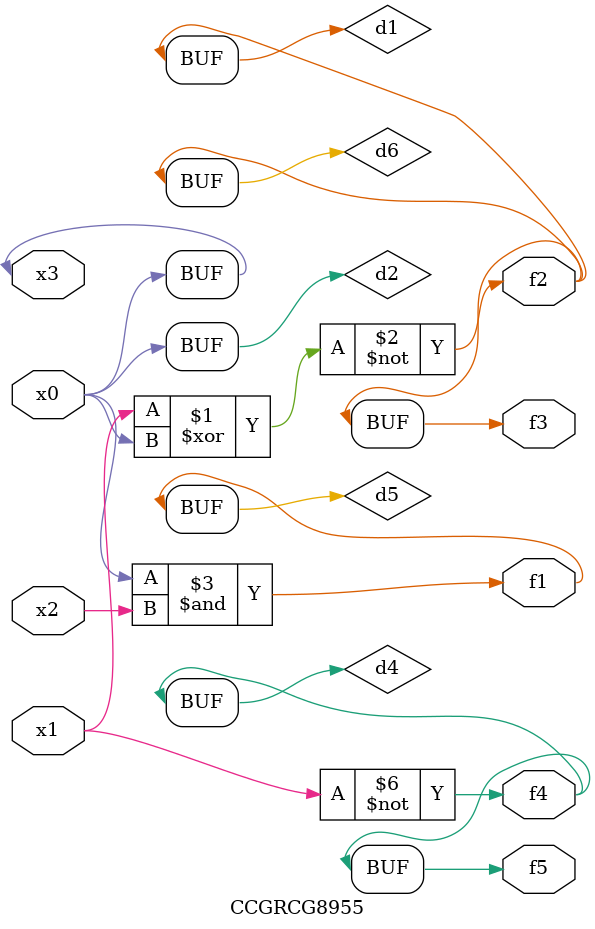
<source format=v>
module CCGRCG8955(
	input x0, x1, x2, x3,
	output f1, f2, f3, f4, f5
);

	wire d1, d2, d3, d4, d5, d6;

	xnor (d1, x1, x3);
	buf (d2, x0, x3);
	nand (d3, x0, x2);
	not (d4, x1);
	nand (d5, d3);
	or (d6, d1);
	assign f1 = d5;
	assign f2 = d6;
	assign f3 = d6;
	assign f4 = d4;
	assign f5 = d4;
endmodule

</source>
